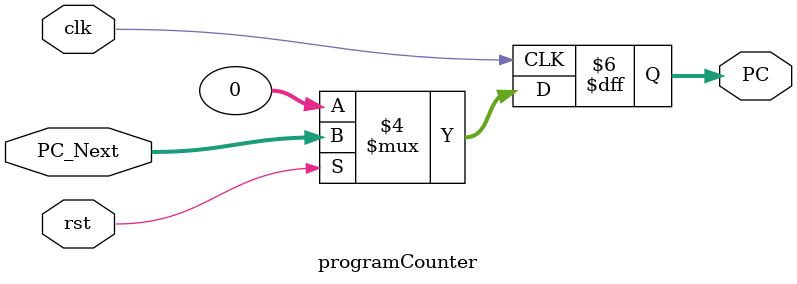
<source format=v>
`timescale 1ns / 1ps

module programCounter(
    input wire clk, rst,
    input [31:0] PC_Next,
    output reg [31:0] PC
    );
    //reg [31:0] pc_register;
    always @(posedge clk)
        begin
            if (!rst)
            PC <= 0;
            else
            PC <= PC_Next;
        end
    
    
endmodule

</source>
